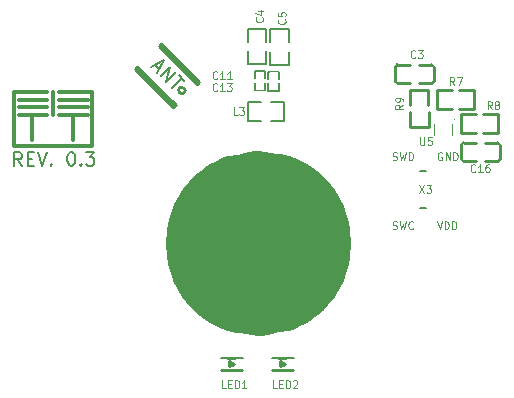
<source format=gto>
G04 #@! TF.GenerationSoftware,KiCad,Pcbnew,5.1.5-52549c5~84~ubuntu18.04.1*
G04 #@! TF.CreationDate,2020-02-21T12:35:27+02:00*
G04 #@! TF.ProjectId,Touch_Switch_1ch,546f7563-685f-4537-9769-7463685f3163,rev?*
G04 #@! TF.SameCoordinates,Original*
G04 #@! TF.FileFunction,Legend,Top*
G04 #@! TF.FilePolarity,Positive*
%FSLAX46Y46*%
G04 Gerber Fmt 4.6, Leading zero omitted, Abs format (unit mm)*
G04 Created by KiCad (PCBNEW 5.1.5-52549c5~84~ubuntu18.04.1) date 2020-02-21 12:35:27*
%MOMM*%
%LPD*%
G04 APERTURE LIST*
%ADD10C,8.000000*%
%ADD11C,0.102000*%
%ADD12C,0.178000*%
%ADD13C,0.254000*%
%ADD14C,0.100000*%
%ADD15C,0.200000*%
%ADD16C,0.203000*%
%ADD17C,0.152000*%
%ADD18C,0.305000*%
%ADD19C,0.150000*%
%ADD20C,1.602000*%
%ADD21R,1.202000X1.102000*%
%ADD22R,1.102000X1.202000*%
%ADD23R,0.402000X0.602000*%
%ADD24R,2.363000X1.550000*%
%ADD25R,0.902000X0.902000*%
%ADD26R,0.752000X0.702000*%
%ADD27C,1.102000*%
G04 APERTURE END LIST*
D10*
X97081181Y-54356000D02*
G75*
G03X97081181Y-54356000I-3863181J0D01*
G01*
D11*
X104581252Y-47247023D02*
X104671966Y-47277261D01*
X104823157Y-47277261D01*
X104883633Y-47247023D01*
X104913871Y-47216785D01*
X104944109Y-47156309D01*
X104944109Y-47095833D01*
X104913871Y-47035357D01*
X104883633Y-47005119D01*
X104823157Y-46974880D01*
X104702204Y-46944642D01*
X104641728Y-46914404D01*
X104611490Y-46884166D01*
X104581252Y-46823690D01*
X104581252Y-46763214D01*
X104611490Y-46702738D01*
X104641728Y-46672500D01*
X104702204Y-46642261D01*
X104853395Y-46642261D01*
X104944109Y-46672500D01*
X105155776Y-46642261D02*
X105306966Y-47277261D01*
X105427919Y-46823690D01*
X105548871Y-47277261D01*
X105700061Y-46642261D01*
X105941966Y-47277261D02*
X105941966Y-46642261D01*
X106093157Y-46642261D01*
X106183871Y-46672500D01*
X106244347Y-46732976D01*
X106274585Y-46793452D01*
X106304823Y-46914404D01*
X106304823Y-47005119D01*
X106274585Y-47126071D01*
X106244347Y-47186547D01*
X106183871Y-47247023D01*
X106093157Y-47277261D01*
X105941966Y-47277261D01*
X104581252Y-53089023D02*
X104671966Y-53119261D01*
X104823157Y-53119261D01*
X104883633Y-53089023D01*
X104913871Y-53058785D01*
X104944109Y-52998309D01*
X104944109Y-52937833D01*
X104913871Y-52877357D01*
X104883633Y-52847119D01*
X104823157Y-52816880D01*
X104702204Y-52786642D01*
X104641728Y-52756404D01*
X104611490Y-52726166D01*
X104581252Y-52665690D01*
X104581252Y-52605214D01*
X104611490Y-52544738D01*
X104641728Y-52514500D01*
X104702204Y-52484261D01*
X104853395Y-52484261D01*
X104944109Y-52514500D01*
X105155776Y-52484261D02*
X105306966Y-53119261D01*
X105427919Y-52665690D01*
X105548871Y-53119261D01*
X105700061Y-52484261D01*
X106304823Y-53058785D02*
X106274585Y-53089023D01*
X106183871Y-53119261D01*
X106123395Y-53119261D01*
X106032680Y-53089023D01*
X105972204Y-53028547D01*
X105941966Y-52968071D01*
X105911728Y-52847119D01*
X105911728Y-52756404D01*
X105941966Y-52635452D01*
X105972204Y-52574976D01*
X106032680Y-52514500D01*
X106123395Y-52484261D01*
X106183871Y-52484261D01*
X106274585Y-52514500D01*
X106304823Y-52544738D01*
X108330776Y-52484261D02*
X108542442Y-53119261D01*
X108754109Y-52484261D01*
X108965776Y-53119261D02*
X108965776Y-52484261D01*
X109116966Y-52484261D01*
X109207680Y-52514500D01*
X109268157Y-52574976D01*
X109298395Y-52635452D01*
X109328633Y-52756404D01*
X109328633Y-52847119D01*
X109298395Y-52968071D01*
X109268157Y-53028547D01*
X109207680Y-53089023D01*
X109116966Y-53119261D01*
X108965776Y-53119261D01*
X109600776Y-53119261D02*
X109600776Y-52484261D01*
X109751966Y-52484261D01*
X109842680Y-52514500D01*
X109903157Y-52574976D01*
X109933395Y-52635452D01*
X109963633Y-52756404D01*
X109963633Y-52847119D01*
X109933395Y-52968071D01*
X109903157Y-53028547D01*
X109842680Y-53089023D01*
X109751966Y-53119261D01*
X109600776Y-53119261D01*
X108754109Y-46672500D02*
X108693633Y-46642261D01*
X108602919Y-46642261D01*
X108512204Y-46672500D01*
X108451728Y-46732976D01*
X108421490Y-46793452D01*
X108391252Y-46914404D01*
X108391252Y-47005119D01*
X108421490Y-47126071D01*
X108451728Y-47186547D01*
X108512204Y-47247023D01*
X108602919Y-47277261D01*
X108663395Y-47277261D01*
X108754109Y-47247023D01*
X108784347Y-47216785D01*
X108784347Y-47005119D01*
X108663395Y-47005119D01*
X109056490Y-47277261D02*
X109056490Y-46642261D01*
X109419347Y-47277261D01*
X109419347Y-46642261D01*
X109721728Y-47277261D02*
X109721728Y-46642261D01*
X109872919Y-46642261D01*
X109963633Y-46672500D01*
X110024109Y-46732976D01*
X110054347Y-46793452D01*
X110084585Y-46914404D01*
X110084585Y-47005119D01*
X110054347Y-47126071D01*
X110024109Y-47186547D01*
X109963633Y-47247023D01*
X109872919Y-47277261D01*
X109721728Y-47277261D01*
D12*
X73176985Y-47761071D02*
X72795985Y-47216785D01*
X72523842Y-47761071D02*
X72523842Y-46618071D01*
X72959271Y-46618071D01*
X73068128Y-46672500D01*
X73122557Y-46726928D01*
X73176985Y-46835785D01*
X73176985Y-46999071D01*
X73122557Y-47107928D01*
X73068128Y-47162357D01*
X72959271Y-47216785D01*
X72523842Y-47216785D01*
X73666842Y-47162357D02*
X74047842Y-47162357D01*
X74211128Y-47761071D02*
X73666842Y-47761071D01*
X73666842Y-46618071D01*
X74211128Y-46618071D01*
X74537700Y-46618071D02*
X74918700Y-47761071D01*
X75299700Y-46618071D01*
X75680700Y-47652214D02*
X75735128Y-47706642D01*
X75680700Y-47761071D01*
X75626271Y-47706642D01*
X75680700Y-47652214D01*
X75680700Y-47761071D01*
X77313557Y-46618071D02*
X77422414Y-46618071D01*
X77531271Y-46672500D01*
X77585700Y-46726928D01*
X77640128Y-46835785D01*
X77694557Y-47053500D01*
X77694557Y-47325642D01*
X77640128Y-47543357D01*
X77585700Y-47652214D01*
X77531271Y-47706642D01*
X77422414Y-47761071D01*
X77313557Y-47761071D01*
X77204700Y-47706642D01*
X77150271Y-47652214D01*
X77095842Y-47543357D01*
X77041414Y-47325642D01*
X77041414Y-47053500D01*
X77095842Y-46835785D01*
X77150271Y-46726928D01*
X77204700Y-46672500D01*
X77313557Y-46618071D01*
X78184414Y-47652214D02*
X78238842Y-47706642D01*
X78184414Y-47761071D01*
X78129985Y-47706642D01*
X78184414Y-47652214D01*
X78184414Y-47761071D01*
X78619842Y-46618071D02*
X79327414Y-46618071D01*
X78946414Y-47053500D01*
X79109700Y-47053500D01*
X79218557Y-47107928D01*
X79272985Y-47162357D01*
X79327414Y-47271214D01*
X79327414Y-47543357D01*
X79272985Y-47652214D01*
X79218557Y-47706642D01*
X79109700Y-47761071D01*
X78783128Y-47761071D01*
X78674271Y-47706642D01*
X78619842Y-47652214D01*
X84429055Y-39232463D02*
X84813923Y-39617331D01*
X84121161Y-39386410D02*
X85198791Y-38847595D01*
X84659976Y-39925225D01*
X84929384Y-40194633D02*
X85737607Y-39386410D01*
X85391225Y-40656475D01*
X86199449Y-39848252D01*
X86468856Y-40117660D02*
X86930698Y-40579501D01*
X85891554Y-41156803D02*
X86699777Y-40348580D01*
D13*
X87012236Y-41389236D02*
G75*
G03X87012236Y-41389236I-284000J0D01*
G01*
X82776923Y-39593185D02*
X82956528Y-39413580D01*
X82956528Y-39413580D02*
X86189420Y-42646472D01*
X86189420Y-42646472D02*
X86009815Y-42826077D01*
X86009815Y-42826077D02*
X82776923Y-39593185D01*
X84752580Y-37617528D02*
X84932185Y-37437923D01*
X84932185Y-37437923D02*
X88165077Y-40670815D01*
X88165077Y-40670815D02*
X87985472Y-40850420D01*
X87985472Y-40850420D02*
X84752580Y-37617528D01*
X106008000Y-44491000D02*
X107608000Y-44491000D01*
X107603000Y-42640000D02*
X107603000Y-41390000D01*
X106003000Y-42640000D02*
X106003000Y-41390000D01*
X107608000Y-43241000D02*
X107608000Y-44491000D01*
X106008000Y-43241000D02*
X106008000Y-44491000D01*
X106003000Y-41390000D02*
X107603000Y-41390000D01*
X113463000Y-44996000D02*
X113463000Y-43396000D01*
X111612000Y-43401000D02*
X110362000Y-43401000D01*
X111612000Y-45001000D02*
X110362000Y-45001000D01*
X112213000Y-43396000D02*
X113463000Y-43396000D01*
X112213000Y-44996000D02*
X113463000Y-44996000D01*
X110362000Y-45001000D02*
X110362000Y-43401000D01*
X111444000Y-42964000D02*
X111444000Y-41364000D01*
X109593000Y-41369000D02*
X108343000Y-41369000D01*
X109593000Y-42969000D02*
X108343000Y-42969000D01*
X110194000Y-41364000D02*
X111444000Y-41364000D01*
X110194000Y-42964000D02*
X111444000Y-42964000D01*
X108343000Y-42969000D02*
X108343000Y-41369000D01*
D14*
X108052000Y-45179000D02*
X108052000Y-44229000D01*
X109626000Y-45179000D02*
X109626000Y-44229000D01*
D11*
X109829000Y-43864000D02*
G75*
G03X109829000Y-43864000I-60000J0D01*
G01*
D15*
X93891000Y-38054000D02*
X93891000Y-39154000D01*
X93891000Y-39154000D02*
X92291000Y-39154000D01*
X92291000Y-39154000D02*
X92291000Y-38054000D01*
X93891000Y-37254000D02*
X93891000Y-36154000D01*
X93891000Y-36154000D02*
X92891000Y-36154000D01*
X92891000Y-36154000D02*
X92291000Y-36154000D01*
X92291000Y-36154000D02*
X92291000Y-37254000D01*
X95796000Y-38119000D02*
X95796000Y-39219000D01*
X95796000Y-39219000D02*
X94196000Y-39219000D01*
X94196000Y-39219000D02*
X94196000Y-38119000D01*
X95796000Y-37319000D02*
X95796000Y-36219000D01*
X95796000Y-36219000D02*
X94796000Y-36219000D01*
X94796000Y-36219000D02*
X94196000Y-36219000D01*
X94196000Y-36219000D02*
X94196000Y-37319000D01*
X93453000Y-43980000D02*
X92353000Y-43980000D01*
X92353000Y-43980000D02*
X92353000Y-42380000D01*
X92353000Y-42380000D02*
X93453000Y-42380000D01*
X94253000Y-43980000D02*
X95353000Y-43980000D01*
X95353000Y-43980000D02*
X95353000Y-42980000D01*
X95353000Y-42980000D02*
X95353000Y-42380000D01*
X95353000Y-42380000D02*
X94253000Y-42380000D01*
D13*
X104765000Y-40605000D02*
X104765000Y-39405000D01*
X106815000Y-40805000D02*
X107815000Y-40805000D01*
X106815000Y-39205000D02*
X107815000Y-39205000D01*
X106015000Y-40805000D02*
X105015000Y-40805000D01*
X106015000Y-39205000D02*
X105015000Y-39205000D01*
X108065000Y-40605000D02*
X108065000Y-39405000D01*
X107865000Y-40805000D02*
G75*
G03X108065000Y-40605000I0J200000D01*
G01*
X107865000Y-40805000D02*
X107815000Y-40805000D01*
X108065000Y-39405000D02*
G75*
G03X107865000Y-39205000I-200000J0D01*
G01*
X107865000Y-39205000D02*
X107815000Y-39205000D01*
X104765000Y-40605000D02*
G75*
G03X104965000Y-40805000I200000J0D01*
G01*
X104965000Y-40805000D02*
X105015000Y-40805000D01*
X104965000Y-39205000D02*
G75*
G03X104765000Y-39405000I0J-200000D01*
G01*
X104965000Y-39205000D02*
X105015000Y-39205000D01*
D16*
X107424000Y-48181000D02*
X106923000Y-48181000D01*
X107424000Y-51379000D02*
X106923000Y-51379000D01*
D13*
X94361000Y-65024000D02*
X96139000Y-65024000D01*
X95050000Y-64316000D02*
X95050000Y-64716000D01*
X95050000Y-64716000D02*
X95450000Y-64516000D01*
X95450000Y-64516000D02*
X95050000Y-64316000D01*
X94361000Y-64008000D02*
X96139000Y-64008000D01*
X90043000Y-65024000D02*
X91821000Y-65024000D01*
X90732000Y-64316000D02*
X90732000Y-64716000D01*
X90732000Y-64716000D02*
X91132000Y-64516000D01*
X91132000Y-64516000D02*
X90732000Y-64316000D01*
X90043000Y-64008000D02*
X91821000Y-64008000D01*
D17*
X92913000Y-40741000D02*
X92913000Y-41376000D01*
X92913000Y-41376000D02*
X93777000Y-41376000D01*
X93777000Y-41376000D02*
X93777000Y-40843000D01*
X93777000Y-40843000D02*
X93777000Y-40741000D01*
X93777000Y-40360000D02*
X93777000Y-39751000D01*
X93777000Y-39751000D02*
X92913000Y-39751000D01*
X92913000Y-39751000D02*
X92913000Y-40284000D01*
X92913000Y-40284000D02*
X92913000Y-40360000D01*
X94056000Y-40782000D02*
X94056000Y-41417000D01*
X94056000Y-41417000D02*
X94920000Y-41417000D01*
X94920000Y-41417000D02*
X94920000Y-40884000D01*
X94920000Y-40884000D02*
X94920000Y-40782000D01*
X94920000Y-40401000D02*
X94920000Y-39792000D01*
X94920000Y-39792000D02*
X94056000Y-39792000D01*
X94056000Y-39792000D02*
X94056000Y-40325000D01*
X94056000Y-40325000D02*
X94056000Y-40401000D01*
D13*
X113675000Y-46009000D02*
X113675000Y-47209000D01*
X111625000Y-45809000D02*
X110625000Y-45809000D01*
X111625000Y-47409000D02*
X110625000Y-47409000D01*
X112425000Y-45809000D02*
X113425000Y-45809000D01*
X112425000Y-47409000D02*
X113425000Y-47409000D01*
X110375000Y-46009000D02*
X110375000Y-47209000D01*
X110575000Y-45809000D02*
G75*
G03X110375000Y-46009000I0J-200000D01*
G01*
X110575000Y-45809000D02*
X110625000Y-45809000D01*
X110375000Y-47209000D02*
G75*
G03X110575000Y-47409000I200000J0D01*
G01*
X110575000Y-47409000D02*
X110625000Y-47409000D01*
X113675000Y-46009000D02*
G75*
G03X113475000Y-45809000I-200000J0D01*
G01*
X113475000Y-45809000D02*
X113425000Y-45809000D01*
X113475000Y-47409000D02*
G75*
G03X113675000Y-47209000I0J200000D01*
G01*
X113475000Y-47409000D02*
X113425000Y-47409000D01*
D18*
X76327000Y-41548000D02*
X79121000Y-41548000D01*
X79121000Y-41548000D02*
X79121000Y-46120000D01*
X72517000Y-46120000D02*
X79121000Y-46120000D01*
X72517000Y-41548000D02*
X72517000Y-46120000D01*
X72517000Y-41548000D02*
X75311000Y-41548000D01*
X75819000Y-41548000D02*
X75819000Y-43453000D01*
X74041000Y-43453000D02*
X74041000Y-45612000D01*
X72898000Y-43453000D02*
X75311000Y-43453000D01*
X76327000Y-42183000D02*
X78740000Y-42183000D01*
X72898000Y-42183000D02*
X75311000Y-42183000D01*
X77470000Y-43453000D02*
X77470000Y-45612000D01*
X76327000Y-43453000D02*
X78740000Y-43453000D01*
X72898000Y-42818000D02*
X75311000Y-42818000D01*
X76327000Y-42818000D02*
X78740000Y-42818000D01*
D11*
X105443261Y-42599652D02*
X105140880Y-42811319D01*
X105443261Y-42962509D02*
X104808261Y-42962509D01*
X104808261Y-42720604D01*
X104838500Y-42660128D01*
X104868738Y-42629890D01*
X104929214Y-42599652D01*
X105019928Y-42599652D01*
X105080404Y-42629890D01*
X105110642Y-42660128D01*
X105140880Y-42720604D01*
X105140880Y-42962509D01*
X105443261Y-42297271D02*
X105443261Y-42176319D01*
X105413023Y-42115842D01*
X105382785Y-42085604D01*
X105292071Y-42025128D01*
X105171119Y-41994890D01*
X104929214Y-41994890D01*
X104868738Y-42025128D01*
X104838500Y-42055366D01*
X104808261Y-42115842D01*
X104808261Y-42236795D01*
X104838500Y-42297271D01*
X104868738Y-42327509D01*
X104929214Y-42357747D01*
X105080404Y-42357747D01*
X105140880Y-42327509D01*
X105171119Y-42297271D01*
X105201357Y-42236795D01*
X105201357Y-42115842D01*
X105171119Y-42055366D01*
X105140880Y-42025128D01*
X105080404Y-41994890D01*
X112975347Y-42959261D02*
X112763680Y-42656880D01*
X112612490Y-42959261D02*
X112612490Y-42324261D01*
X112854395Y-42324261D01*
X112914871Y-42354500D01*
X112945109Y-42384738D01*
X112975347Y-42445214D01*
X112975347Y-42535928D01*
X112945109Y-42596404D01*
X112914871Y-42626642D01*
X112854395Y-42656880D01*
X112612490Y-42656880D01*
X113338204Y-42596404D02*
X113277728Y-42566166D01*
X113247490Y-42535928D01*
X113217252Y-42475452D01*
X113217252Y-42445214D01*
X113247490Y-42384738D01*
X113277728Y-42354500D01*
X113338204Y-42324261D01*
X113459157Y-42324261D01*
X113519633Y-42354500D01*
X113549871Y-42384738D01*
X113580109Y-42445214D01*
X113580109Y-42475452D01*
X113549871Y-42535928D01*
X113519633Y-42566166D01*
X113459157Y-42596404D01*
X113338204Y-42596404D01*
X113277728Y-42626642D01*
X113247490Y-42656880D01*
X113217252Y-42717357D01*
X113217252Y-42838309D01*
X113247490Y-42898785D01*
X113277728Y-42929023D01*
X113338204Y-42959261D01*
X113459157Y-42959261D01*
X113519633Y-42929023D01*
X113549871Y-42898785D01*
X113580109Y-42838309D01*
X113580109Y-42717357D01*
X113549871Y-42656880D01*
X113519633Y-42626642D01*
X113459157Y-42596404D01*
X109800347Y-40927261D02*
X109588680Y-40624880D01*
X109437490Y-40927261D02*
X109437490Y-40292261D01*
X109679395Y-40292261D01*
X109739871Y-40322500D01*
X109770109Y-40352738D01*
X109800347Y-40413214D01*
X109800347Y-40503928D01*
X109770109Y-40564404D01*
X109739871Y-40594642D01*
X109679395Y-40624880D01*
X109437490Y-40624880D01*
X110012014Y-40292261D02*
X110435347Y-40292261D01*
X110163204Y-40927261D01*
X106897490Y-45372261D02*
X106897490Y-45886309D01*
X106927728Y-45946785D01*
X106957966Y-45977023D01*
X107018442Y-46007261D01*
X107139395Y-46007261D01*
X107199871Y-45977023D01*
X107230109Y-45946785D01*
X107260347Y-45886309D01*
X107260347Y-45372261D01*
X107865109Y-45372261D02*
X107562728Y-45372261D01*
X107532490Y-45674642D01*
X107562728Y-45644404D01*
X107623204Y-45614166D01*
X107774395Y-45614166D01*
X107834871Y-45644404D01*
X107865109Y-45674642D01*
X107895347Y-45735119D01*
X107895347Y-45886309D01*
X107865109Y-45946785D01*
X107834871Y-45977023D01*
X107774395Y-46007261D01*
X107623204Y-46007261D01*
X107562728Y-45977023D01*
X107532490Y-45946785D01*
X93536785Y-35208652D02*
X93567023Y-35238890D01*
X93597261Y-35329604D01*
X93597261Y-35390080D01*
X93567023Y-35480795D01*
X93506547Y-35541271D01*
X93446071Y-35571509D01*
X93325119Y-35601747D01*
X93234404Y-35601747D01*
X93113452Y-35571509D01*
X93052976Y-35541271D01*
X92992500Y-35480795D01*
X92962261Y-35390080D01*
X92962261Y-35329604D01*
X92992500Y-35238890D01*
X93022738Y-35208652D01*
X93173928Y-34664366D02*
X93597261Y-34664366D01*
X92932023Y-34815557D02*
X93385595Y-34966747D01*
X93385595Y-34573652D01*
X95441785Y-35372652D02*
X95472023Y-35402890D01*
X95502261Y-35493604D01*
X95502261Y-35554080D01*
X95472023Y-35644795D01*
X95411547Y-35705271D01*
X95351071Y-35735509D01*
X95230119Y-35765747D01*
X95139404Y-35765747D01*
X95018452Y-35735509D01*
X94957976Y-35705271D01*
X94897500Y-35644795D01*
X94867261Y-35554080D01*
X94867261Y-35493604D01*
X94897500Y-35402890D01*
X94927738Y-35372652D01*
X94867261Y-34798128D02*
X94867261Y-35100509D01*
X95169642Y-35130747D01*
X95139404Y-35100509D01*
X95109166Y-35040033D01*
X95109166Y-34888842D01*
X95139404Y-34828366D01*
X95169642Y-34798128D01*
X95230119Y-34767890D01*
X95381309Y-34767890D01*
X95441785Y-34798128D01*
X95472023Y-34828366D01*
X95502261Y-34888842D01*
X95502261Y-35040033D01*
X95472023Y-35100509D01*
X95441785Y-35130747D01*
X91451871Y-43467261D02*
X91149490Y-43467261D01*
X91149490Y-42832261D01*
X91603061Y-42832261D02*
X91996157Y-42832261D01*
X91784490Y-43074166D01*
X91875204Y-43074166D01*
X91935680Y-43104404D01*
X91965919Y-43134642D01*
X91996157Y-43195119D01*
X91996157Y-43346309D01*
X91965919Y-43406785D01*
X91935680Y-43437023D01*
X91875204Y-43467261D01*
X91693776Y-43467261D01*
X91633300Y-43437023D01*
X91603061Y-43406785D01*
X106498347Y-38580785D02*
X106468109Y-38611023D01*
X106377395Y-38641261D01*
X106316919Y-38641261D01*
X106226204Y-38611023D01*
X106165728Y-38550547D01*
X106135490Y-38490071D01*
X106105252Y-38369119D01*
X106105252Y-38278404D01*
X106135490Y-38157452D01*
X106165728Y-38096976D01*
X106226204Y-38036500D01*
X106316919Y-38006261D01*
X106377395Y-38006261D01*
X106468109Y-38036500D01*
X106498347Y-38066738D01*
X106710014Y-38006261D02*
X107103109Y-38006261D01*
X106891442Y-38248166D01*
X106982157Y-38248166D01*
X107042633Y-38278404D01*
X107072871Y-38308642D01*
X107103109Y-38369119D01*
X107103109Y-38520309D01*
X107072871Y-38580785D01*
X107042633Y-38611023D01*
X106982157Y-38641261D01*
X106800728Y-38641261D01*
X106740252Y-38611023D01*
X106710014Y-38580785D01*
X106837014Y-49436261D02*
X107260347Y-50071261D01*
X107260347Y-49436261D02*
X106837014Y-50071261D01*
X107441776Y-49436261D02*
X107834871Y-49436261D01*
X107623204Y-49678166D01*
X107713919Y-49678166D01*
X107774395Y-49708404D01*
X107804633Y-49738642D01*
X107834871Y-49799119D01*
X107834871Y-49950309D01*
X107804633Y-50010785D01*
X107774395Y-50041023D01*
X107713919Y-50071261D01*
X107532490Y-50071261D01*
X107472014Y-50041023D01*
X107441776Y-50010785D01*
X94753871Y-66581261D02*
X94451490Y-66581261D01*
X94451490Y-65946261D01*
X94965538Y-66248642D02*
X95177204Y-66248642D01*
X95267919Y-66581261D02*
X94965538Y-66581261D01*
X94965538Y-65946261D01*
X95267919Y-65946261D01*
X95540061Y-66581261D02*
X95540061Y-65946261D01*
X95691252Y-65946261D01*
X95781966Y-65976500D01*
X95842442Y-66036976D01*
X95872680Y-66097452D01*
X95902919Y-66218404D01*
X95902919Y-66309119D01*
X95872680Y-66430071D01*
X95842442Y-66490547D01*
X95781966Y-66551023D01*
X95691252Y-66581261D01*
X95540061Y-66581261D01*
X96144823Y-66006738D02*
X96175061Y-65976500D01*
X96235538Y-65946261D01*
X96386728Y-65946261D01*
X96447204Y-65976500D01*
X96477442Y-66006738D01*
X96507680Y-66067214D01*
X96507680Y-66127690D01*
X96477442Y-66218404D01*
X96114585Y-66581261D01*
X96507680Y-66581261D01*
X90435871Y-66581261D02*
X90133490Y-66581261D01*
X90133490Y-65946261D01*
X90647538Y-66248642D02*
X90859204Y-66248642D01*
X90949919Y-66581261D02*
X90647538Y-66581261D01*
X90647538Y-65946261D01*
X90949919Y-65946261D01*
X91222061Y-66581261D02*
X91222061Y-65946261D01*
X91373252Y-65946261D01*
X91463966Y-65976500D01*
X91524442Y-66036976D01*
X91554680Y-66097452D01*
X91584919Y-66218404D01*
X91584919Y-66309119D01*
X91554680Y-66430071D01*
X91524442Y-66490547D01*
X91463966Y-66551023D01*
X91373252Y-66581261D01*
X91222061Y-66581261D01*
X92189680Y-66581261D02*
X91826823Y-66581261D01*
X92008252Y-66581261D02*
X92008252Y-65946261D01*
X91947776Y-66036976D01*
X91887300Y-66097452D01*
X91826823Y-66127690D01*
X89734347Y-41374785D02*
X89704109Y-41405023D01*
X89613395Y-41435261D01*
X89552919Y-41435261D01*
X89462204Y-41405023D01*
X89401728Y-41344547D01*
X89371490Y-41284071D01*
X89341252Y-41163119D01*
X89341252Y-41072404D01*
X89371490Y-40951452D01*
X89401728Y-40890976D01*
X89462204Y-40830500D01*
X89552919Y-40800261D01*
X89613395Y-40800261D01*
X89704109Y-40830500D01*
X89734347Y-40860738D01*
X90339109Y-41435261D02*
X89976252Y-41435261D01*
X90157680Y-41435261D02*
X90157680Y-40800261D01*
X90097204Y-40890976D01*
X90036728Y-40951452D01*
X89976252Y-40981690D01*
X90550776Y-40800261D02*
X90943871Y-40800261D01*
X90732204Y-41042166D01*
X90822919Y-41042166D01*
X90883395Y-41072404D01*
X90913633Y-41102642D01*
X90943871Y-41163119D01*
X90943871Y-41314309D01*
X90913633Y-41374785D01*
X90883395Y-41405023D01*
X90822919Y-41435261D01*
X90641490Y-41435261D01*
X90581014Y-41405023D01*
X90550776Y-41374785D01*
X89734347Y-40358785D02*
X89704109Y-40389023D01*
X89613395Y-40419261D01*
X89552919Y-40419261D01*
X89462204Y-40389023D01*
X89401728Y-40328547D01*
X89371490Y-40268071D01*
X89341252Y-40147119D01*
X89341252Y-40056404D01*
X89371490Y-39935452D01*
X89401728Y-39874976D01*
X89462204Y-39814500D01*
X89552919Y-39784261D01*
X89613395Y-39784261D01*
X89704109Y-39814500D01*
X89734347Y-39844738D01*
X90339109Y-40419261D02*
X89976252Y-40419261D01*
X90157680Y-40419261D02*
X90157680Y-39784261D01*
X90097204Y-39874976D01*
X90036728Y-39935452D01*
X89976252Y-39965690D01*
X90943871Y-40419261D02*
X90581014Y-40419261D01*
X90762442Y-40419261D02*
X90762442Y-39784261D01*
X90701966Y-39874976D01*
X90641490Y-39935452D01*
X90581014Y-39965690D01*
X111578347Y-48232785D02*
X111548109Y-48263023D01*
X111457395Y-48293261D01*
X111396919Y-48293261D01*
X111306204Y-48263023D01*
X111245728Y-48202547D01*
X111215490Y-48142071D01*
X111185252Y-48021119D01*
X111185252Y-47930404D01*
X111215490Y-47809452D01*
X111245728Y-47748976D01*
X111306204Y-47688500D01*
X111396919Y-47658261D01*
X111457395Y-47658261D01*
X111548109Y-47688500D01*
X111578347Y-47718738D01*
X112183109Y-48293261D02*
X111820252Y-48293261D01*
X112001680Y-48293261D02*
X112001680Y-47658261D01*
X111941204Y-47748976D01*
X111880728Y-47809452D01*
X111820252Y-47839690D01*
X112727395Y-47658261D02*
X112606442Y-47658261D01*
X112545966Y-47688500D01*
X112515728Y-47718738D01*
X112455252Y-47809452D01*
X112425014Y-47930404D01*
X112425014Y-48172309D01*
X112455252Y-48232785D01*
X112485490Y-48263023D01*
X112545966Y-48293261D01*
X112666919Y-48293261D01*
X112727395Y-48263023D01*
X112757633Y-48232785D01*
X112787871Y-48172309D01*
X112787871Y-48021119D01*
X112757633Y-47960642D01*
X112727395Y-47930404D01*
X112666919Y-47900166D01*
X112545966Y-47900166D01*
X112485490Y-47930404D01*
X112455252Y-47960642D01*
X112425014Y-48021119D01*
D19*
%LPC*%
D20*
X95918000Y-71992000D03*
X95918000Y-69992000D03*
X97918000Y-71992000D03*
X97918000Y-69992000D03*
X99918000Y-71992000D03*
X99918000Y-69992000D03*
X101918000Y-71992000D03*
X101918000Y-69992000D03*
X103918000Y-71992000D03*
X103918000Y-69992000D03*
X93918000Y-71942000D03*
X93918000Y-69992000D03*
X91918000Y-71992000D03*
X91918000Y-69992000D03*
D14*
G36*
X87556965Y-43704303D02*
G01*
X86494891Y-42642229D01*
X87981229Y-41155891D01*
X89043303Y-42217965D01*
X87556965Y-43704303D01*
G37*
G36*
X82960771Y-39108109D02*
G01*
X81898697Y-38046035D01*
X83385035Y-36559697D01*
X84447109Y-37621771D01*
X82960771Y-39108109D01*
G37*
D21*
X106808000Y-42141000D03*
X106808000Y-43741000D03*
D22*
X111113000Y-44196000D03*
X112713000Y-44196000D03*
X109094000Y-42164000D03*
X110694000Y-42164000D03*
D23*
X108839000Y-45554000D03*
X108839000Y-43854000D03*
X108331000Y-43854000D03*
X109347000Y-43854000D03*
X108331000Y-45554000D03*
X109347000Y-45554000D03*
D21*
X93091000Y-36954000D03*
X93091000Y-38354000D03*
X94996000Y-37019000D03*
X94996000Y-38419000D03*
D22*
X94553000Y-43180000D03*
X93153000Y-43180000D03*
X107315000Y-40005000D03*
X105515000Y-40005000D03*
D24*
X109067000Y-51181000D03*
X105283000Y-51181000D03*
X105283000Y-48387000D03*
X109067000Y-48387000D03*
D25*
X94450000Y-64516000D03*
X96050000Y-64516000D03*
X90132000Y-64516000D03*
X91732000Y-64516000D03*
D26*
X93345000Y-40132000D03*
X93345000Y-40980000D03*
X94488000Y-40173000D03*
X94488000Y-41021000D03*
D22*
X111125000Y-46609000D03*
X112925000Y-46609000D03*
D27*
X88900000Y-62992000D03*
X97282000Y-62992000D03*
M02*

</source>
